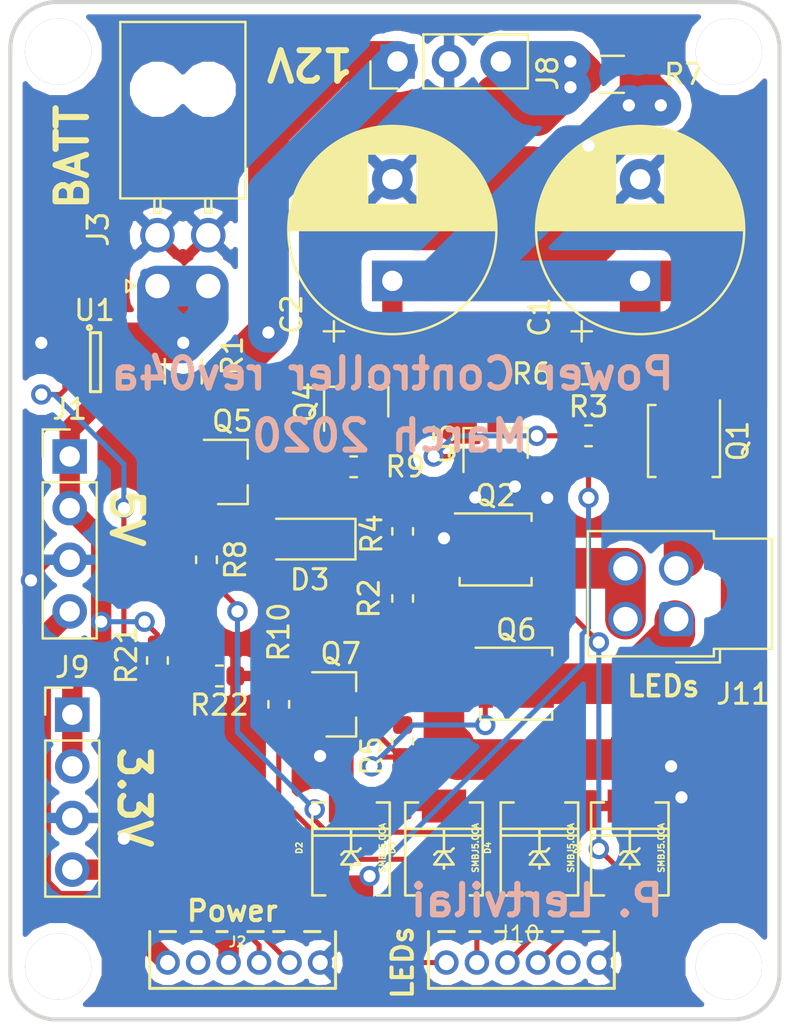
<source format=kicad_pcb>
(kicad_pcb (version 20171130) (host pcbnew "(5.0.2)-1")
  (layers (0 F.Cu signal) (31 B.Cu signal) (34 B.Paste user) (35 F.Paste user) (36 B.SilkS user) (37 F.SilkS user) (38 B.Mask user) (39 F.Mask user) (44 Edge.Cuts user))
  (net 0 "")
  (net 1 "Net-(D3-Pad2)")
  (net 2 GND)
  (net 3 "Net-(J7-Pad1)")
  (net 4 "Net-(J6-Pad1)")
  (net 5 "Net-(J5-Pad1)")
  (net 6 "Net-(J4-Pad1)")
  (net 7 /Vbatt_out)
  (net 8 /Vbatt_in)
  (net 9 /5V)
  (net 10 /3.3V)
  (net 11 /5V_EN)
  (net 12 /12V)
  (net 13 /batt_sense)
  (net 14 /I_batt)
  (net 15 I_LED)
  (net 16 Flash)
  (net 17 Torch)
  (net 18 V_LED)
  (net 19 "Net-(Q2-Pad4)")
  (net 20 "Net-(Q1-Pad4)")
  (net 21 "Net-(Q3-Pad1)")
  (net 22 "Net-(Q5-Pad1)")
  (net 23 "Net-(Q4-Pad1)")
  (net 24 "Net-(Q6-Pad4)")
  (net 25 LED_EN1)
  (net 26 LED_EN2)
  (net 27 "Net-(Q7-Pad1)")
  (net 28 LED2+)
  (net 29 LED-)
  (net 30 LED1+)
  (module Package_TO_SOT_SMD:SOT-23 (layer F.Cu) (at 88.9 70.104)
    (fp_text reference Q7 (at 0 -2.5) (layer F.SilkS))
    (fp_text value Q_NMOS_GSD)
    (pad 1 smd rect (at -1 -0.95) (size 0.9 0.8) (layers F.Cu F.Paste F.Mask) (net 27 "Net-(Q7-Pad1)"))
    (pad 2 smd rect (at -1 0.95) (size 0.9 0.8) (layers F.Cu F.Paste F.Mask) (net 2 GND))
    (pad 3 smd rect (at 1 0) (size 0.9 0.8) (layers F.Cu F.Paste F.Mask) (net 24 "Net-(Q6-Pad4)"))
  )
  (module Connector_PinHeader_2.54mm:PinHeader_1x04_P2.54mm_Vertical (layer F.Cu) (at 75.565 57.912)
    (fp_text reference J1 (at 0 -2.33) (layer F.SilkS))
    (fp_text value Conn_01x04_Female)
    (pad 1 thru_hole rect (at 0 0) (size 1.7 1.7) (drill 1) (layers *.Cu *.Mask) (net 7 /Vbatt_out))
    (pad 2 thru_hole oval (at 0 2.54) (size 1.7 1.7) (drill 1) (layers *.Cu *.Mask) (net 7 /Vbatt_out))
    (pad 3 thru_hole oval (at 0 5.08) (size 1.7 1.7) (drill 1) (layers *.Cu *.Mask) (net 2 GND))
    (pad 4 thru_hole oval (at 0 7.62) (size 1.7 1.7) (drill 1) (layers *.Cu *.Mask) (net 9 /5V))
  )
  (module Package_SON:Diodes_PowerDI3333-8 (layer F.Cu) (at 97.536 69.088)
    (fp_text reference Q6 (at 0 -2.65) (layer F.SilkS))
    (fp_text value PMOS)
    (pad 1 smd rect (at -1.5 -0.975) (size 0.7 0.42) (layers F.Cu F.Paste F.Mask) (net 18 V_LED))
    (pad 3 smd rect (at -1.5 0.325) (size 0.7 0.42) (layers F.Cu F.Paste F.Mask) (net 18 V_LED))
    (pad 2 smd rect (at -1.5 -0.325) (size 0.7 0.42) (layers F.Cu F.Paste F.Mask) (net 18 V_LED))
    (pad 4 smd rect (at -1.5 0.975) (size 0.7 0.42) (layers F.Cu F.Paste F.Mask) (net 24 "Net-(Q6-Pad4)"))
    (pad 5 smd custom (at 0.455 0) (size 1.71 2.37) (layers F.Cu F.Mask) (net 30 LED1+) (options (clearance outline) (anchor rect)) (primitives (gr_poly (pts (xy 0.855 1.185) (xy 1.395 1.185) (xy 1.395 0.765) (xy 0.855 0.765)) (width 0)) (gr_poly (pts (xy 0.855 0.535) (xy 1.395 0.535) (xy 1.395 0.115) (xy 0.855 0.115)) (width 0)) (gr_poly (pts (xy 0.855 -0.115) (xy 1.395 -0.115) (xy 1.395 -0.535) (xy 0.855 -0.535)) (width 0)) (gr_poly (pts (xy 0.855 -0.765) (xy 1.395 -0.765) (xy 1.395 -1.185) (xy 0.855 -1.185)) (width 0))))
  )
  (module Resistor_SMD:R_0603_1608Metric (layer F.Cu) (at 91.948 71.9075 90)
    (fp_text reference R5 (at -0.7365 -1.524 90) (layer F.SilkS))
    (fp_text value 10k)
    (pad 2 smd roundrect (at 0.7875 0 90) (size 0.875 0.95) (layers F.Cu F.Paste F.Mask) (net 18 V_LED))
    (pad 1 smd roundrect (at -0.7875 0 90) (size 0.875 0.95) (layers F.Cu F.Paste F.Mask) (net 24 "Net-(Q6-Pad4)"))
  )
  (module Resistor_SMD:R_0603_1608Metric (layer F.Cu) (at 85.852 70.104 270)
    (fp_text reference R10 (at -3.556 0 270) (layer F.SilkS))
    (fp_text value 400R)
    (pad 1 smd roundrect (at -0.7875 0 270) (size 0.875 0.95) (layers F.Cu F.Paste F.Mask) (net 27 "Net-(Q7-Pad1)"))
    (pad 2 smd roundrect (at 0.7875 0 270) (size 0.875 0.95) (layers F.Cu F.Paste F.Mask) (net 25 LED_EN1))
  )
  (module myLib:DO-214AA (layer F.Cu) (at 93.98 77.216 90)
    (fp_text reference D5 (at 0.0508 -2.55016 90) (layer F.SilkS) (effects (font (size 0.29972 0.29972) (thickness 0.0762))))
    (fp_text value SMBJ5.0CA (at 0.0508 1.5494 90) (layer F.SilkS) (effects (font (size 0.29972 0.29972) (thickness 0.0762))))
    (pad 1 smd rect (at -2.11074 0 90) (size 1.62052 2.17932) (layers F.Cu F.Paste F.Mask) (net 25 LED_EN1))
    (pad 2 smd rect (at 2.11074 0 90) (size 1.62052 2.17932) (layers F.Cu F.Paste F.Mask) (net 2 GND))
  )
  (module Capacitor_THT:CP_Radial_D10.0mm_P5.00mm (layer F.Cu) (at 91.44 49.276 90)
    (fp_text reference C2 (at -1.651 -4.953 90) (layer F.SilkS))
    (fp_text value 470uF)
    (pad 2 thru_hole circle (at 5 0 90) (size 2 2) (drill 1) (layers *.Cu *.Mask) (net 2 GND))
    (pad 1 thru_hole rect (at 0 0 90) (size 2 2) (drill 1) (layers *.Cu *.Mask) (net 18 V_LED))
  )
  (module Capacitor_THT:CP_Radial_D10.0mm_P5.00mm (layer F.Cu) (at 103.632 49.276 90)
    (fp_text reference C1 (at -1.778 -4.953 90) (layer F.SilkS))
    (fp_text value 470uF)
    (pad 1 thru_hole rect (at 0 0 90) (size 2 2) (drill 1) (layers *.Cu *.Mask) (net 18 V_LED))
    (pad 2 thru_hole circle (at 5 0 90) (size 2 2) (drill 1) (layers *.Cu *.Mask) (net 2 GND))
  )
  (module Connector_Molex:Molex_Nano-Fit_105310-xx04_2x02_P2.50mm_Vertical (layer F.Cu) (at 105.41 65.913 180)
    (fp_text reference J11 (at -3.302 -3.683 180) (layer F.SilkS))
    (fp_text value Conn_01x04_Male)
    (pad 1 thru_hole custom (at 0 0 180) (size 1.417157 1.417157) (drill 1.2) (layers *.Cu *.Mask) (net 30 LED1+) (options (clearance outline) (anchor circle)) (primitives (gr_poly (pts (xy -0.6 -0.6) (xy 0.6 -0.6) (xy 0.6 0.6) (xy -0.2 0.6) (xy -0.6 0.2)) (width 0.5))))
    (pad 2 thru_hole circle (at 0 2.5 180) (size 1.7 1.7) (drill 1.2) (layers *.Cu *.Mask) (net 28 LED2+))
    (pad 3 thru_hole circle (at 2.5 0 180) (size 1.7 1.7) (drill 1.2) (layers *.Cu *.Mask) (net 29 LED-))
    (pad 4 thru_hole circle (at 2.5 2.5 180) (size 1.7 1.7) (drill 1.2) (layers *.Cu *.Mask) (net 29 LED-))
    (pad "" np_thru_hole circle (at -1.34 1.25 180) (size 1.3 1.3) (drill 1.3) (layers *.Cu *.Mask))
  )
  (module Connector_PinHeader_2.54mm:PinHeader_1x04_P2.54mm_Vertical (layer F.Cu) (at 75.692 70.612)
    (fp_text reference J9 (at 0 -2.33) (layer F.SilkS))
    (fp_text value Conn_01x04_Female)
    (pad 1 thru_hole rect (at 0 0) (size 1.7 1.7) (drill 1) (layers *.Cu *.Mask) (net 7 /Vbatt_out))
    (pad 2 thru_hole oval (at 0 2.54) (size 1.7 1.7) (drill 1) (layers *.Cu *.Mask) (net 7 /Vbatt_out))
    (pad 3 thru_hole oval (at 0 5.08) (size 1.7 1.7) (drill 1) (layers *.Cu *.Mask) (net 2 GND))
    (pad 4 thru_hole oval (at 0 7.62) (size 1.7 1.7) (drill 1) (layers *.Cu *.Mask) (net 10 /3.3V))
  )
  (module Diode_SMD:D_SOD-123 (layer F.Cu) (at 87.376 61.976 180)
    (fp_text reference D3 (at 0 -2 180) (layer F.SilkS))
    (fp_text value NSI450-20AT1G)
    (pad 1 smd rect (at -1.65 0 180) (size 0.9 1.2) (layers F.Cu F.Paste F.Mask) (net 30 LED1+))
    (pad 2 smd rect (at 1.65 0 180) (size 0.9 1.2) (layers F.Cu F.Paste F.Mask) (net 1 "Net-(D3-Pad2)"))
  )
  (module Package_SON:Diodes_PowerDI3333-8 (layer F.Cu) (at 96.52 62.484)
    (fp_text reference Q2 (at 0 -2.65) (layer F.SilkS))
    (fp_text value NMOS)
    (pad 5 smd custom (at 0.455 0) (size 1.71 2.37) (layers F.Cu F.Mask) (net 29 LED-) (options (clearance outline) (anchor rect)) (primitives (gr_poly (pts (xy 0.855 1.185) (xy 1.395 1.185) (xy 1.395 0.765) (xy 0.855 0.765)) (width 0)) (gr_poly (pts (xy 0.855 0.535) (xy 1.395 0.535) (xy 1.395 0.115) (xy 0.855 0.115)) (width 0)) (gr_poly (pts (xy 0.855 -0.115) (xy 1.395 -0.115) (xy 1.395 -0.535) (xy 0.855 -0.535)) (width 0)) (gr_poly (pts (xy 0.855 -0.765) (xy 1.395 -0.765) (xy 1.395 -1.185) (xy 0.855 -1.185)) (width 0))))
    (pad 4 smd rect (at -1.5 0.975) (size 0.7 0.42) (layers F.Cu F.Paste F.Mask) (net 19 "Net-(Q2-Pad4)"))
    (pad 2 smd rect (at -1.5 -0.325) (size 0.7 0.42) (layers F.Cu F.Paste F.Mask) (net 2 GND))
    (pad 3 smd rect (at -1.5 0.325) (size 0.7 0.42) (layers F.Cu F.Paste F.Mask) (net 2 GND))
    (pad 1 smd rect (at -1.5 -0.975) (size 0.7 0.42) (layers F.Cu F.Paste F.Mask) (net 2 GND))
  )
  (module Package_SON:Diodes_PowerDI3333-8 (layer F.Cu) (at 105.791 57.15 270)
    (fp_text reference Q1 (at 0 -2.65 270) (layer F.SilkS))
    (fp_text value PMOS)
    (pad 1 smd rect (at -1.5 -0.975 270) (size 0.7 0.42) (layers F.Cu F.Paste F.Mask) (net 18 V_LED))
    (pad 3 smd rect (at -1.5 0.325 270) (size 0.7 0.42) (layers F.Cu F.Paste F.Mask) (net 18 V_LED))
    (pad 2 smd rect (at -1.5 -0.325 270) (size 0.7 0.42) (layers F.Cu F.Paste F.Mask) (net 18 V_LED))
    (pad 4 smd rect (at -1.5 0.975 270) (size 0.7 0.42) (layers F.Cu F.Paste F.Mask) (net 20 "Net-(Q1-Pad4)"))
    (pad 5 smd custom (at 0.455 0 270) (size 1.71 2.37) (layers F.Cu F.Mask) (net 28 LED2+) (options (clearance outline) (anchor rect)) (primitives (gr_poly (pts (xy 0.855 1.185) (xy 1.395 1.185) (xy 1.395 0.765) (xy 0.855 0.765)) (width 0)) (gr_poly (pts (xy 0.855 0.535) (xy 1.395 0.535) (xy 1.395 0.115) (xy 0.855 0.115)) (width 0)) (gr_poly (pts (xy 0.855 -0.115) (xy 1.395 -0.115) (xy 1.395 -0.535) (xy 0.855 -0.535)) (width 0)) (gr_poly (pts (xy 0.855 -0.765) (xy 1.395 -0.765) (xy 1.395 -1.185) (xy 0.855 -1.185)) (width 0))))
  )
  (module Package_TO_SOT_SMD:SOT-23 (layer F.Cu) (at 83.566 58.674)
    (fp_text reference Q5 (at 0 -2.5) (layer F.SilkS))
    (fp_text value Q_NMOS_GSD)
    (pad 1 smd rect (at -1 -0.95) (size 0.9 0.8) (layers F.Cu F.Paste F.Mask) (net 22 "Net-(Q5-Pad1)"))
    (pad 2 smd rect (at -1 0.95) (size 0.9 0.8) (layers F.Cu F.Paste F.Mask) (net 2 GND))
    (pad 3 smd rect (at 1 0) (size 0.9 0.8) (layers F.Cu F.Paste F.Mask) (net 23 "Net-(Q4-Pad1)"))
  )
  (module Package_TO_SOT_SMD:SOT-23 (layer F.Cu) (at 89.662 55.245 90)
    (fp_text reference Q4 (at 0 -2.5 90) (layer F.SilkS))
    (fp_text value Q_PMOS_GSD)
    (pad 3 smd rect (at 1 0 90) (size 0.9 0.8) (layers F.Cu F.Paste F.Mask) (net 1 "Net-(D3-Pad2)"))
    (pad 2 smd rect (at -1 0.95 90) (size 0.9 0.8) (layers F.Cu F.Paste F.Mask) (net 18 V_LED))
    (pad 1 smd rect (at -1 -0.95 90) (size 0.9 0.8) (layers F.Cu F.Paste F.Mask) (net 23 "Net-(Q4-Pad1)"))
  )
  (module Package_TO_SOT_SMD:SOT-23 (layer F.Cu) (at 96.52 57.277 90)
    (fp_text reference Q3 (at 0 -2.5 90) (layer F.SilkS))
    (fp_text value Q_NMOS_GSD)
    (pad 1 smd rect (at -1 -0.95 90) (size 0.9 0.8) (layers F.Cu F.Paste F.Mask) (net 21 "Net-(Q3-Pad1)"))
    (pad 2 smd rect (at -1 0.95 90) (size 0.9 0.8) (layers F.Cu F.Paste F.Mask) (net 2 GND))
    (pad 3 smd rect (at 1 0 90) (size 0.9 0.8) (layers F.Cu F.Paste F.Mask) (net 20 "Net-(Q1-Pad4)"))
  )
  (module Resistor_SMD:R_0603_1608Metric (layer F.Cu) (at 91.948 64.897 270)
    (fp_text reference R2 (at 0 1.651 270) (layer F.SilkS))
    (fp_text value 400R)
    (pad 2 smd roundrect (at 0.7875 0 270) (size 0.875 0.95) (layers F.Cu F.Paste F.Mask) (net 16 Flash))
    (pad 1 smd roundrect (at -0.7875 0 270) (size 0.875 0.95) (layers F.Cu F.Paste F.Mask) (net 19 "Net-(Q2-Pad4)"))
  )
  (module Resistor_SMD:R_0603_1608Metric (layer F.Cu) (at 101.092 56.896)
    (fp_text reference R3 (at 0 -1.43) (layer F.SilkS))
    (fp_text value 400R)
    (pad 1 smd roundrect (at -0.7875 0) (size 0.875 0.95) (layers F.Cu F.Paste F.Mask) (net 21 "Net-(Q3-Pad1)"))
    (pad 2 smd roundrect (at 0.7875 0) (size 0.875 0.95) (layers F.Cu F.Paste F.Mask) (net 26 LED_EN2))
  )
  (module Resistor_SMD:R_0603_1608Metric (layer F.Cu) (at 100.9395 53.848)
    (fp_text reference R6 (at -2.6415 0) (layer F.SilkS))
    (fp_text value 10k)
    (pad 2 smd roundrect (at 0.7875 0) (size 0.875 0.95) (layers F.Cu F.Paste F.Mask) (net 18 V_LED))
    (pad 1 smd roundrect (at -0.7875 0) (size 0.875 0.95) (layers F.Cu F.Paste F.Mask) (net 20 "Net-(Q1-Pad4)"))
  )
  (module Resistor_SMD:R_0603_1608Metric (layer F.Cu) (at 91.948 61.595 270)
    (fp_text reference R4 (at 0.127 1.524 270) (layer F.SilkS))
    (fp_text value 10k)
    (pad 1 smd roundrect (at -0.7875 0 270) (size 0.875 0.95) (layers F.Cu F.Paste F.Mask) (net 2 GND))
    (pad 2 smd roundrect (at 0.7875 0 270) (size 0.875 0.95) (layers F.Cu F.Paste F.Mask) (net 19 "Net-(Q2-Pad4)"))
  )
  (module Resistor_SMD:R_1206_3216Metric (layer F.Cu) (at 102.232 39.116 180)
    (fp_text reference R7 (at -3.556 0 180) (layer F.SilkS))
    (fp_text value 10R)
    (pad 1 smd roundrect (at -1.4 0 180) (size 1.25 1.75) (layers F.Cu F.Paste F.Mask) (roundrect_rratio 0.2) (net 18 V_LED))
    (pad 2 smd roundrect (at 1.4 0 180) (size 1.25 1.75) (layers F.Cu F.Paste F.Mask) (roundrect_rratio 0.2) (net 12 /12V))
  )
  (module myLib:DO-214AA (layer F.Cu) (at 103.124 77.216 90)
    (fp_text reference D1 (at 0.0508 -2.55016 90) (layer F.SilkS) (effects (font (size 0.29972 0.29972) (thickness 0.0762))))
    (fp_text value SMBJ5.0CA (at 0.0508 1.5494 90) (layer F.SilkS) (effects (font (size 0.29972 0.29972) (thickness 0.0762))))
    (pad 1 smd rect (at -2.11074 0 90) (size 1.62052 2.17932) (layers F.Cu F.Paste F.Mask) (net 16 Flash))
    (pad 2 smd rect (at 2.11074 0 90) (size 1.62052 2.17932) (layers F.Cu F.Paste F.Mask) (net 2 GND))
  )
  (module myLib:DO-214AA (layer F.Cu) (at 89.408 77.216 90)
    (fp_text reference D2 (at 0.0508 -2.55016 90) (layer F.SilkS) (effects (font (size 0.29972 0.29972) (thickness 0.0762))))
    (fp_text value SMBJ5.0CA (at 0.0508 1.5494 90) (layer F.SilkS) (effects (font (size 0.29972 0.29972) (thickness 0.0762))))
    (pad 2 smd rect (at 2.11074 0 90) (size 1.62052 2.17932) (layers F.Cu F.Paste F.Mask) (net 2 GND))
    (pad 1 smd rect (at -2.11074 0 90) (size 1.62052 2.17932) (layers F.Cu F.Paste F.Mask) (net 26 LED_EN2))
  )
  (module myLib:DO-214AA (layer F.Cu) (at 98.679 77.216 90)
    (fp_text reference D4 (at 0.0508 -2.55016 90) (layer F.SilkS) (effects (font (size 0.29972 0.29972) (thickness 0.0762))))
    (fp_text value SMBJ5.0CA (at 0.0508 1.5494 90) (layer F.SilkS) (effects (font (size 0.29972 0.29972) (thickness 0.0762))))
    (pad 1 smd rect (at -2.11074 0 90) (size 1.62052 2.17932) (layers F.Cu F.Paste F.Mask) (net 17 Torch))
    (pad 2 smd rect (at 2.11074 0 90) (size 1.62052 2.17932) (layers F.Cu F.Paste F.Mask) (net 2 GND))
  )
  (module myLib:conn_1x06_1.5mm (layer F.Cu) (at 101.6 82.804 180)
    (fp_text reference J10 (at 3.937 1.397 180) (layer F.SilkS) (effects (font (size 0.8 0.8) (thickness 0.1))))
    (fp_text value Conn_01x06_Male)
    (pad 1 thru_hole circle (at 0 0 180) (size 1.2 1.2) (drill 0.75) (layers *.Cu *.Mask) (net 2 GND))
    (pad 2 thru_hole circle (at 1.5 0 180) (size 1.2 1.2) (drill 0.75) (layers *.Cu *.Mask) (net 15 I_LED))
    (pad 3 thru_hole circle (at 3 0 180) (size 1.2 1.2) (drill 0.75) (layers *.Cu *.Mask) (net 16 Flash))
    (pad 4 thru_hole circle (at 4.5 0 180) (size 1.2 1.2) (drill 0.75) (layers *.Cu *.Mask) (net 17 Torch))
    (pad 5 thru_hole circle (at 6 0 180) (size 1.2 1.2) (drill 0.75) (layers *.Cu *.Mask) (net 25 LED_EN1))
    (pad 6 thru_hole circle (at 7.5 0 180) (size 1.2 1.2) (drill 0.75) (layers *.Cu *.Mask) (net 26 LED_EN2))
  )
  (module Resistor_SMD:R_1206_3216Metric (layer F.Cu) (at 81.153 53.721 90)
    (fp_text reference R1 (at 0.762 2.413 90) (layer F.SilkS))
    (fp_text value 0.01R)
    (pad 1 smd roundrect (at -1.4 0 90) (size 1.25 1.75) (layers F.Cu F.Paste F.Mask) (roundrect_rratio 0.2) (net 7 /Vbatt_out))
    (pad 2 smd roundrect (at 1.4 0 90) (size 1.25 1.75) (layers F.Cu F.Paste F.Mask) (roundrect_rratio 0.2) (net 8 /Vbatt_in))
  )
  (module Connector_Molex:Molex_Nano-Fit_105314-xx04_2x02_P2.50mm_Horizontal (layer F.Cu) (at 79.883 49.53 90)
    (fp_text reference J3 (at 2.794 -2.92 90) (layer F.SilkS))
    (fp_text value Conn_01x04_Male)
    (pad 1 thru_hole roundrect (at 0 0 90) (size 1.7 1.7) (drill 1.2) (layers *.Cu *.Mask) (roundrect_rratio 0.147059) (net 8 /Vbatt_in))
    (pad 2 thru_hole circle (at 0 2.5 90) (size 1.7 1.7) (drill 1.2) (layers *.Cu *.Mask) (net 8 /Vbatt_in))
    (pad 3 thru_hole circle (at 2.5 0 90) (size 1.7 1.7) (drill 1.2) (layers *.Cu *.Mask) (net 2 GND))
    (pad 4 thru_hole circle (at 2.5 2.5 90) (size 1.7 1.7) (drill 1.2) (layers *.Cu *.Mask) (net 2 GND))
    (pad "" np_thru_hole circle (at 9.68 0 90) (size 1.7 1.7) (drill 1.7) (layers *.Cu *.Mask))
    (pad "" np_thru_hole circle (at 9.68 2.5 90) (size 1.7 1.7) (drill 1.7) (layers *.Cu *.Mask))
  )
  (module myLib:SCREW_4 (layer F.Cu) (at 108 83)
    (fp_text reference J4 (at 0 0.5) (layer F.SilkS))
    (fp_text value Conn_01x01_Male)
    (pad 1 thru_hole circle (at 0 0) (size 3.26 3.26) (drill 3.26) (layers *.Cu *.Mask) (net 6 "Net-(J4-Pad1)"))
  )
  (module Connector_PinHeader_2.54mm:PinHeader_1x03_P2.54mm_Vertical (layer F.Cu) (at 91.694 38.481 90)
    (fp_text reference J8 (at -0.578 7.39 90) (layer F.SilkS))
    (fp_text value Conn_01x03_Female)
    (pad 3 thru_hole oval (at 0 5.08 90) (size 1.7 1.7) (drill 1) (layers *.Cu *.Mask) (net 12 /12V))
    (pad 2 thru_hole oval (at 0 2.54 90) (size 1.7 1.7) (drill 1) (layers *.Cu *.Mask) (net 2 GND))
    (pad 1 thru_hole rect (at 0 0 90) (size 1.7 1.7) (drill 1) (layers *.Cu *.Mask) (net 7 /Vbatt_out))
  )
  (module Resistor_SMD:R_0603_1608Metric (layer F.Cu) (at 79.883 67.945 90)
    (fp_text reference R21 (at 0.2795 -1.524 90) (layer F.SilkS))
    (fp_text value 10k)
    (pad 2 smd roundrect (at 0.7875 0 90) (size 0.875 0.95) (layers F.Cu F.Paste F.Mask) (net 7 /Vbatt_out))
    (pad 1 smd roundrect (at -0.7875 0 90) (size 0.875 0.95) (layers F.Cu F.Paste F.Mask) (net 13 /batt_sense))
  )
  (module Resistor_SMD:R_0603_1608Metric (layer F.Cu) (at 82.931 68.707 180)
    (fp_text reference R22 (at 0 -1.43 180) (layer F.SilkS))
    (fp_text value 20k)
    (pad 2 smd roundrect (at 0.7875 0 180) (size 0.875 0.95) (layers F.Cu F.Paste F.Mask) (net 13 /batt_sense))
    (pad 1 smd roundrect (at -0.7875 0 180) (size 0.875 0.95) (layers F.Cu F.Paste F.Mask) (net 2 GND))
  )
  (module myLib:SCREW_4 (layer F.Cu) (at 108 38)
    (fp_text reference J5 (at 0 0.5) (layer F.SilkS))
    (fp_text value Conn_01x01_Male)
    (pad 1 thru_hole circle (at 0 0) (size 3.26 3.26) (drill 3.26) (layers *.Cu *.Mask) (net 5 "Net-(J5-Pad1)"))
  )
  (module myLib:SCREW_4 (layer F.Cu) (at 75 83)
    (fp_text reference J6 (at 0 0.5) (layer F.SilkS))
    (fp_text value Conn_01x01_Male)
    (pad 1 thru_hole circle (at 0 0) (size 3.26 3.26) (drill 3.26) (layers *.Cu *.Mask) (net 4 "Net-(J6-Pad1)"))
  )
  (module myLib:SCREW_4 (layer F.Cu) (at 75 38)
    (fp_text reference J7 (at 0 0.5) (layer F.SilkS))
    (fp_text value Conn_01x01_Male)
    (pad 1 thru_hole circle (at 0 0) (size 3.26 3.26) (drill 3.26) (layers *.Cu *.Mask) (net 3 "Net-(J7-Pad1)"))
  )
  (module myLib:conn_1x06_1.5mm (layer F.Cu) (at 87.884 82.804 180)
    (fp_text reference J2 (at 4.064 1.016 180) (layer F.SilkS) (effects (font (size 0.5 0.5) (thickness 0.1))))
    (fp_text value Conn_01x06_Female)
    (pad 6 thru_hole circle (at 7.5 0 180) (size 1.2 1.2) (drill 0.75) (layers *.Cu *.Mask) (net 9 /5V))
    (pad 5 thru_hole circle (at 6 0 180) (size 1.2 1.2) (drill 0.75) (layers *.Cu *.Mask) (net 11 /5V_EN))
    (pad 4 thru_hole circle (at 4.5 0 180) (size 1.2 1.2) (drill 0.75) (layers *.Cu *.Mask) (net 10 /3.3V))
    (pad 3 thru_hole circle (at 3 0 180) (size 1.2 1.2) (drill 0.75) (layers *.Cu *.Mask) (net 14 /I_batt))
    (pad 2 thru_hole circle (at 1.5 0 180) (size 1.2 1.2) (drill 0.75) (layers *.Cu *.Mask) (net 13 /batt_sense))
    (pad 1 thru_hole circle (at 0 0 180) (size 1.2 1.2) (drill 0.75) (layers *.Cu *.Mask) (net 2 GND))
  )
  (module Resistor_SMD:R_0603_1608Metric (layer F.Cu) (at 89.535 58.42)
    (fp_text reference R9 (at 2.54 0) (layer F.SilkS))
    (fp_text value 10k)
    (pad 2 smd roundrect (at 0.7875 0) (size 0.875 0.95) (layers F.Cu F.Paste F.Mask) (net 18 V_LED))
    (pad 1 smd roundrect (at -0.7875 0) (size 0.875 0.95) (layers F.Cu F.Paste F.Mask) (net 23 "Net-(Q4-Pad1)"))
  )
  (module Resistor_SMD:R_0603_1608Metric (layer F.Cu) (at 82.296 62.992 270)
    (fp_text reference R8 (at 0 -1.43 270) (layer F.SilkS))
    (fp_text value 400R)
    (pad 2 smd roundrect (at 0.7875 0 270) (size 0.875 0.95) (layers F.Cu F.Paste F.Mask) (net 17 Torch))
    (pad 1 smd roundrect (at -0.7875 0 270) (size 0.875 0.95) (layers F.Cu F.Paste F.Mask) (net 22 "Net-(Q5-Pad1)"))
  )
  (module myLib:SOT-23-5 (layer F.Cu) (at 76.835 53.274)
    (fp_text reference U1 (at -0.05 -2.55) (layer F.SilkS))
    (fp_text value MAX9938)
    (pad 5 smd rect (at 1.1 -0.95) (size 1.06 0.65) (layers F.Cu F.Paste F.Mask) (net 8 /Vbatt_in))
    (pad 4 smd rect (at 1.1 0.95) (size 1.06 0.65) (layers F.Cu F.Paste F.Mask) (net 7 /Vbatt_out))
    (pad 3 smd rect (at -1.1 0.95) (size 1.06 0.65) (layers F.Cu F.Paste F.Mask) (net 14 /I_batt))
    (pad 2 smd rect (at -1.1 0) (size 1.06 0.65) (layers F.Cu F.Paste F.Mask) (net 2 GND))
    (pad 1 smd rect (at -1.1 -0.95) (size 1.06 0.65) (layers F.Cu F.Paste F.Mask) (net 2 GND))
  )
  (gr_text LEDs (at 104.775 69.215) (layer F.SilkS) (effects (font (size 1 1) (thickness 0.2))))
  (gr_text BATT (at 75.692 43.18 90) (layer F.SilkS) (effects (font (size 1.5 1.5) (thickness 0.3))))
  (gr_text 12V (at 87.376 38.608 180) (layer F.SilkS) (effects (font (size 1.5 1.5) (thickness 0.3))))
  (gr_text 3.3V (at 78.74 74.676 270) (layer F.SilkS) (effects (font (size 1.5 1.5) (thickness 0.3))))
  (gr_text LEDs (at 91.948 82.804 90) (layer F.SilkS) (effects (font (size 1 1) (thickness 0.2))))
  (gr_text 5V (at 78.359 60.96 270) (layer F.SilkS) (effects (font (size 1.5 1.5) (thickness 0.3))))
  (gr_text Power (at 83.566 80.264) (layer F.SilkS) (effects (font (size 1 1) (thickness 0.2))))
  (gr_text "P. Lertvilai" (at 98.552 79.756) (layer B.SilkS) (effects (font (size 1.5 1.5) (thickness 0.3)) (justify mirror)))
  (gr_text "March 2020" (at 91.313 56.896) (layer B.SilkS) (effects (font (size 1.5 1.5) (thickness 0.3)) (justify mirror)))
  (gr_text "Power Controller rev04a" (at 91.44 53.848) (layer B.SilkS) (effects (font (size 1.5 1.5) (thickness 0.3)) (justify mirror)))
  (gr_line (start 72.644 37.846) (end 72.644 83.312) (layer Edge.Cuts) (width 0.2))
  (gr_arc (start 74.93 83.321388) (end 72.644 83.321388) (angle -90) (layer Edge.Cuts) (width 0.2))
  (gr_line (start 108.204 85.598) (end 74.93 85.598) (layer Edge.Cuts) (width 0.2))
  (gr_arc (start 108.204 83.312) (end 108.204 85.598) (angle -90) (layer Edge.Cuts) (width 0.2))
  (gr_line (start 110.49 37.846) (end 110.49 83.312) (layer Edge.Cuts) (width 0.2))
  (gr_arc (start 108.204 37.846) (end 110.49 37.846) (angle -90) (layer Edge.Cuts) (width 0.2))
  (gr_line (start 74.93 35.56) (end 108.204 35.56) (layer Edge.Cuts) (width 0.2))
  (gr_arc (start 74.93 37.846) (end 74.93 35.56) (angle -90) (layer Edge.Cuts) (width 0.2))
  (segment (start 88.262 54.245) (end 89.662 54.245) (width 1) (layer F.Cu) (net 1))
  (segment (start 85.726 56.781) (end 88.262 54.245) (width 1) (layer F.Cu) (net 1))
  (segment (start 85.726 61.976) (end 85.726 56.781) (width 1) (layer F.Cu) (net 1))
  (segment (start 96.930001 59.927001) (end 97.47 59.387002) (width 2) (layer F.Cu) (net 2))
  (segment (start 95.520999 59.927001) (end 96.930001 59.927001) (width 2) (layer F.Cu) (net 2))
  (segment (start 93.98 61.468) (end 95.520999 59.927001) (width 2) (layer F.Cu) (net 2))
  (segment (start 93.98 61.933068) (end 93.98 61.468) (width 2) (layer F.Cu) (net 2))
  (segment (start 91.990932 59.944) (end 93.98 61.933068) (width 2) (layer F.Cu) (net 2))
  (segment (start 87.95 71.054) (end 87.9 71.054) (width 0.25) (layer F.Cu) (net 2))
  (segment (start 89.408 72.512) (end 87.95 71.054) (width 0.25) (layer F.Cu) (net 2))
  (segment (start 89.408 75.10526) (end 89.408 72.512) (width 0.25) (layer F.Cu) (net 2))
  (via (at 87.884 72.644) (size 1) (drill 0.6) (layers F.Cu B.Cu) (net 2))
  (segment (start 87.9 71.054) (end 87.9 72.628) (width 0.25) (layer F.Cu) (net 2))
  (segment (start 87.9 72.628) (end 87.884 72.644) (width 0.25) (layer F.Cu) (net 2))
  (segment (start 75.735 52.324) (end 75.735 53.274) (width 0.25) (layer F.Cu) (net 2))
  (via (at 74.168 52.324) (size 1) (drill 0.6) (layers F.Cu B.Cu) (net 2))
  (segment (start 75.735 53.274) (end 75.118 53.274) (width 0.25) (layer F.Cu) (net 2))
  (segment (start 75.118 53.274) (end 74.168 52.324) (width 0.25) (layer F.Cu) (net 2))
  (via (at 97.47 59.387002) (size 1) (drill 0.6) (layers F.Cu B.Cu) (net 2))
  (segment (start 97.47 58.277) (end 97.47 59.387002) (width 0.25) (layer F.Cu) (net 2))
  (via (at 99.06 59.944) (size 1) (drill 0.6) (layers F.Cu B.Cu) (net 2))
  (segment (start 97.47 58.277) (end 97.47 58.354) (width 0.25) (layer F.Cu) (net 2))
  (segment (start 97.47 58.354) (end 99.06 59.944) (width 0.25) (layer F.Cu) (net 2))
  (segment (start 95.02 62.809) (end 95.02 61.509) (width 0.25) (layer F.Cu) (net 2))
  (via (at 93.98 61.933068) (size 1) (drill 0.6) (layers F.Cu B.Cu) (net 2))
  (segment (start 95.02 62.809) (end 94.855932 62.809) (width 0.25) (layer F.Cu) (net 2))
  (segment (start 94.855932 62.809) (end 93.98 61.933068) (width 0.25) (layer F.Cu) (net 2))
  (via (at 95.520999 59.927001) (size 1) (drill 0.6) (layers F.Cu B.Cu) (net 2))
  (segment (start 95.02 61.509) (end 95.02 60.428) (width 0.25) (layer F.Cu) (net 2))
  (segment (start 95.02 60.428) (end 95.520999 59.927001) (width 0.25) (layer F.Cu) (net 2))
  (via (at 73.66 64.008) (size 1) (drill 0.6) (layers F.Cu B.Cu) (net 2))
  (segment (start 75.565 62.992) (end 74.676 62.992) (width 0.25) (layer F.Cu) (net 2))
  (segment (start 74.676 62.992) (end 73.66 64.008) (width 0.25) (layer F.Cu) (net 2))
  (via (at 78.232 76.708) (size 1) (drill 0.6) (layers F.Cu B.Cu) (net 2))
  (segment (start 75.692 75.692) (end 77.216 75.692) (width 0.25) (layer F.Cu) (net 2))
  (segment (start 77.216 75.692) (end 78.232 76.708) (width 0.25) (layer F.Cu) (net 2))
  (via (at 105.664 74.676) (size 1) (drill 0.6) (layers F.Cu B.Cu) (net 2))
  (segment (start 103.124 75.10526) (end 105.23474 75.10526) (width 0.25) (layer F.Cu) (net 2))
  (segment (start 105.23474 75.10526) (end 105.664 74.676) (width 0.25) (layer F.Cu) (net 2))
  (via (at 105.156 73.152) (size 1) (drill 0.6) (layers F.Cu B.Cu) (net 2))
  (segment (start 105.156 73.35266) (end 105.156 73.152) (width 0.25) (layer F.Cu) (net 2))
  (segment (start 103.124 75.10526) (end 103.4034 75.10526) (width 0.25) (layer F.Cu) (net 2))
  (segment (start 103.4034 75.10526) (end 105.156 73.35266) (width 0.25) (layer F.Cu) (net 2))
  (segment (start 88.844 38.481) (end 91.694 38.481) (width 2) (layer F.Cu) (net 7))
  (segment (start 85.344 41.981) (end 88.844 38.481) (width 2) (layer F.Cu) (net 7))
  (segment (start 85.344 51.816) (end 85.344 41.981) (width 2) (layer F.Cu) (net 7))
  (via (at 85.344 51.816) (size 1) (drill 0.6) (layers F.Cu B.Cu) (net 7))
  (segment (start 91.694 38.481) (end 85.344 44.831) (width 2) (layer B.Cu) (net 7))
  (segment (start 85.344 44.831) (end 85.344 51.816) (width 2) (layer B.Cu) (net 7))
  (segment (start 82.039 55.121) (end 85.344 51.816) (width 2) (layer F.Cu) (net 7))
  (segment (start 81.153 55.121) (end 82.039 55.121) (width 2) (layer F.Cu) (net 7))
  (segment (start 75.692 70.612) (end 75.692 73.152) (width 1) (layer F.Cu) (net 7))
  (segment (start 76.414999 61.301999) (end 75.565 60.452) (width 1) (layer F.Cu) (net 7))
  (segment (start 77.115001 62.002001) (end 76.414999 61.301999) (width 1) (layer F.Cu) (net 7))
  (segment (start 77.115001 67.338999) (end 77.115001 62.002001) (width 1) (layer F.Cu) (net 7))
  (segment (start 75.692 68.762) (end 77.115001 67.338999) (width 1) (layer F.Cu) (net 7))
  (segment (start 75.692 70.612) (end 75.692 68.762) (width 1) (layer F.Cu) (net 7))
  (segment (start 75.565 60.452) (end 75.565 57.912) (width 1) (layer F.Cu) (net 7))
  (segment (start 75.565 56.594) (end 77.935 54.224) (width 1) (layer F.Cu) (net 7))
  (segment (start 75.565 57.912) (end 75.565 56.594) (width 1) (layer F.Cu) (net 7))
  (segment (start 78.832 55.121) (end 77.935 54.224) (width 1) (layer F.Cu) (net 7))
  (segment (start 81.153 55.121) (end 78.832 55.121) (width 1) (layer F.Cu) (net 7))
  (via (at 79.248 66.04) (size 1) (drill 0.6) (layers F.Cu B.Cu) (net 7))
  (segment (start 79.883 67.1575) (end 79.883 66.675) (width 0.25) (layer F.Cu) (net 7))
  (segment (start 79.883 66.675) (end 79.248 66.04) (width 0.25) (layer F.Cu) (net 7))
  (via (at 77.115001 66.04) (size 1) (drill 0.6) (layers F.Cu B.Cu) (net 7))
  (segment (start 79.248 66.04) (end 77.115001 66.04) (width 0.25) (layer B.Cu) (net 7))
  (segment (start 81.153 50.76) (end 82.383 49.53) (width 2) (layer F.Cu) (net 8))
  (segment (start 81.153 52.321) (end 81.153 50.76) (width 2) (layer F.Cu) (net 8))
  (segment (start 81.15 52.324) (end 81.153 52.321) (width 2) (layer F.Cu) (net 8))
  (segment (start 77.935 52.324) (end 81.15 52.324) (width 2) (layer F.Cu) (net 8))
  (via (at 81.153 52.321) (size 1) (drill 0.6) (layers F.Cu B.Cu) (net 8))
  (segment (start 82.383 49.53) (end 82.383 51.091) (width 2) (layer B.Cu) (net 8))
  (segment (start 82.383 51.091) (end 81.153 52.321) (width 2) (layer B.Cu) (net 8))
  (segment (start 79.883 51.051) (end 81.153 52.321) (width 2) (layer B.Cu) (net 8))
  (segment (start 79.883 49.53) (end 79.883 51.051) (width 2) (layer B.Cu) (net 8))
  (segment (start 82.383 49.53) (end 79.883 49.53) (width 2) (layer B.Cu) (net 8))
  (segment (start 79.784001 82.204001) (end 80.384 82.804) (width 1) (layer F.Cu) (net 9))
  (segment (start 77.362001 79.782001) (end 79.784001 82.204001) (width 1) (layer F.Cu) (net 9))
  (segment (start 74.947999 79.782001) (end 77.362001 79.782001) (width 1) (layer F.Cu) (net 9))
  (segment (start 74.141999 78.976001) (end 74.947999 79.782001) (width 1) (layer F.Cu) (net 9))
  (segment (start 74.141999 66.955001) (end 74.141999 78.976001) (width 1) (layer F.Cu) (net 9))
  (segment (start 75.565 65.532) (end 74.141999 66.955001) (width 1) (layer F.Cu) (net 9))
  (segment (start 83.384 81.955472) (end 83.384 82.804) (width 1) (layer F.Cu) (net 10))
  (segment (start 79.660528 78.232) (end 83.384 81.955472) (width 1) (layer F.Cu) (net 10))
  (segment (start 75.692 78.232) (end 79.660528 78.232) (width 1) (layer F.Cu) (net 10))
  (segment (start 100.197 38.481) (end 100.832 39.116) (width 2) (layer F.Cu) (net 12))
  (segment (start 96.774 38.481) (end 100.197 38.481) (width 2) (layer F.Cu) (net 12))
  (segment (start 96.774 38.481) (end 98.044 39.751) (width 2) (layer F.Cu) (net 12))
  (segment (start 98.044 39.751) (end 100.203 39.751) (width 2) (layer F.Cu) (net 12))
  (segment (start 100.203 39.751) (end 100.076 39.878) (width 2) (layer F.Cu) (net 12))
  (segment (start 100.076 39.878) (end 99.822 39.878) (width 2) (layer F.Cu) (net 12))
  (segment (start 99.822 39.878) (end 98.552 41.148) (width 2) (layer F.Cu) (net 12))
  (segment (start 98.552 41.148) (end 97.536 41.148) (width 2) (layer F.Cu) (net 12))
  (segment (start 97.536 41.148) (end 96.52 40.132) (width 2) (layer F.Cu) (net 12))
  (via (at 100.197 38.481) (size 1) (drill 0.6) (layers F.Cu B.Cu) (net 12))
  (segment (start 96.774 38.481) (end 100.197 38.481) (width 2) (layer B.Cu) (net 12))
  (segment (start 96.774 38.481) (end 98.425 40.132) (width 2) (layer B.Cu) (net 12))
  (via (at 100.203 39.751) (size 1) (drill 0.6) (layers F.Cu B.Cu) (net 12))
  (segment (start 98.425 40.132) (end 99.822 40.132) (width 2) (layer B.Cu) (net 12))
  (segment (start 99.822 40.132) (end 100.203 39.751) (width 2) (layer B.Cu) (net 12))
  (segment (start 86.384 82.804) (end 78.74 75.16) (width 0.25) (layer F.Cu) (net 13))
  (segment (start 78.74 69.8755) (end 79.883 68.7325) (width 0.25) (layer F.Cu) (net 13))
  (segment (start 78.74 75.16) (end 78.74 69.8755) (width 0.25) (layer F.Cu) (net 13))
  (segment (start 79.9085 68.707) (end 79.883 68.7325) (width 0.25) (layer F.Cu) (net 13))
  (segment (start 82.1435 68.707) (end 79.9085 68.707) (width 0.25) (layer F.Cu) (net 13))
  (segment (start 84.884 81.955472) (end 78.232 75.303472) (width 0.25) (layer F.Cu) (net 14))
  (segment (start 84.884 82.804) (end 84.884 81.955472) (width 0.25) (layer F.Cu) (net 14))
  (segment (start 78.232 75.303472) (end 78.232 60.452) (width 0.25) (layer F.Cu) (net 14))
  (via (at 78.232 60.452) (size 1) (drill 0.6) (layers F.Cu B.Cu) (net 14))
  (via (at 74.168 54.864) (size 1) (drill 0.6) (layers F.Cu B.Cu) (net 14))
  (segment (start 74.802002 54.864) (end 74.168 54.864) (width 0.25) (layer B.Cu) (net 14))
  (segment (start 78.232 60.452) (end 78.232 58.293998) (width 0.25) (layer B.Cu) (net 14))
  (segment (start 78.232 58.293998) (end 74.802002 54.864) (width 0.25) (layer B.Cu) (net 14))
  (segment (start 75.095 54.864) (end 75.735 54.224) (width 0.25) (layer F.Cu) (net 14))
  (segment (start 74.168 54.864) (end 75.095 54.864) (width 0.25) (layer F.Cu) (net 14))
  (segment (start 98.6 82.804) (end 102.156 79.248) (width 0.25) (layer F.Cu) (net 16))
  (segment (start 103.04526 79.248) (end 103.124 79.32674) (width 0.25) (layer F.Cu) (net 16))
  (segment (start 102.156 79.248) (end 103.04526 79.248) (width 0.25) (layer F.Cu) (net 16))
  (via (at 101.6 67.056) (size 1) (drill 0.6) (layers F.Cu B.Cu) (net 16))
  (segment (start 100.2285 65.6845) (end 101.6 67.056) (width 0.25) (layer F.Cu) (net 16))
  (segment (start 91.948 65.6845) (end 100.2285 65.6845) (width 0.25) (layer F.Cu) (net 16))
  (via (at 101.6 77.216) (size 1) (drill 0.6) (layers F.Cu B.Cu) (net 16))
  (segment (start 101.6 67.056) (end 101.6 77.216) (width 0.25) (layer B.Cu) (net 16))
  (segment (start 103.124 78.74) (end 103.124 79.32674) (width 0.25) (layer F.Cu) (net 16))
  (segment (start 101.6 77.216) (end 103.124 78.74) (width 0.25) (layer F.Cu) (net 16))
  (segment (start 98.679 81.225) (end 98.679 79.32674) (width 0.25) (layer F.Cu) (net 17))
  (segment (start 97.1 82.804) (end 98.679 81.225) (width 0.25) (layer F.Cu) (net 17))
  (via (at 83.82 65.532) (size 1) (drill 0.6) (layers F.Cu B.Cu) (net 17))
  (segment (start 83.82 65.3035) (end 82.296 63.7795) (width 0.25) (layer F.Cu) (net 17))
  (segment (start 83.82 65.532) (end 83.82 65.3035) (width 0.25) (layer F.Cu) (net 17))
  (segment (start 87.618328 75.783587) (end 87.618328 75.270193) (width 0.25) (layer F.Cu) (net 17))
  (via (at 87.618328 75.270193) (size 1) (drill 0.6) (layers F.Cu B.Cu) (net 17))
  (segment (start 88.225731 76.39099) (end 87.618328 75.783587) (width 0.25) (layer F.Cu) (net 17))
  (segment (start 98.679 79.32674) (end 97.33934 79.32674) (width 0.25) (layer F.Cu) (net 17))
  (segment (start 97.33934 79.32674) (end 94.40359 76.39099) (width 0.25) (layer F.Cu) (net 17))
  (segment (start 87.118329 74.770194) (end 87.618328 75.270193) (width 0.25) (layer B.Cu) (net 17))
  (segment (start 83.82 71.471865) (end 87.118329 74.770194) (width 0.25) (layer B.Cu) (net 17))
  (segment (start 94.40359 76.39099) (end 88.225731 76.39099) (width 0.25) (layer F.Cu) (net 17))
  (segment (start 83.82 65.532) (end 83.82 71.471865) (width 0.25) (layer B.Cu) (net 17))
  (segment (start 94.44 49.276) (end 91.44 49.276) (width 2) (layer F.Cu) (net 18))
  (segment (start 103.632 49.276) (end 94.44 49.276) (width 2) (layer F.Cu) (net 18))
  (via (at 104.648 40.64) (size 1) (drill 0.6) (layers F.Cu B.Cu) (net 18))
  (segment (start 103.632 39.116) (end 103.632 39.624) (width 2) (layer F.Cu) (net 18))
  (segment (start 103.632 39.624) (end 104.648 40.64) (width 2) (layer F.Cu) (net 18))
  (segment (start 95.304894 49.276) (end 94.44 49.276) (width 2) (layer B.Cu) (net 18))
  (segment (start 103.940894 40.64) (end 95.304894 49.276) (width 2) (layer B.Cu) (net 18))
  (segment (start 104.648 40.64) (end 103.940894 40.64) (width 2) (layer B.Cu) (net 18))
  (segment (start 100.632 49.276) (end 95.304894 49.276) (width 2) (layer B.Cu) (net 18))
  (segment (start 103.632 49.276) (end 100.632 49.276) (width 2) (layer B.Cu) (net 18))
  (via (at 101.092 42.624) (size 1) (drill 0.6) (layers F.Cu B.Cu) (net 18))
  (segment (start 103.632 40.084) (end 101.092 42.624) (width 2) (layer F.Cu) (net 18))
  (segment (start 103.632 39.116) (end 103.632 40.084) (width 2) (layer F.Cu) (net 18))
  (segment (start 100.124 42.624) (end 93.472 49.276) (width 2) (layer B.Cu) (net 18))
  (segment (start 101.092 42.624) (end 100.124 42.624) (width 2) (layer B.Cu) (net 18))
  (segment (start 94.44 49.276) (end 93.472 49.276) (width 2) (layer B.Cu) (net 18))
  (segment (start 93.472 49.276) (end 91.44 49.276) (width 2) (layer B.Cu) (net 18))
  (via (at 103.076 40.64) (size 1) (drill 0.6) (layers F.Cu B.Cu) (net 18))
  (segment (start 101.092 42.624) (end 103.076 40.64) (width 2) (layer B.Cu) (net 18))
  (segment (start 103.632 49.276) (end 100.632 49.276) (width 2) (layer F.Cu) (net 18))
  (segment (start 100.632 48.212) (end 100.632 49.276) (width 2) (layer F.Cu) (net 18))
  (segment (start 101.6 47.244) (end 100.632 48.212) (width 2) (layer F.Cu) (net 18))
  (segment (start 95.964 47.752) (end 99.06 47.752) (width 2) (layer F.Cu) (net 18))
  (segment (start 101.092 42.624) (end 95.964 47.752) (width 2) (layer F.Cu) (net 18))
  (segment (start 95.964 47.752) (end 94.44 49.276) (width 2) (layer F.Cu) (net 18))
  (segment (start 99.06 47.752) (end 100.076 46.736) (width 2) (layer F.Cu) (net 18))
  (segment (start 100.076 46.736) (end 100.076 45.212) (width 2) (layer F.Cu) (net 18))
  (segment (start 100.076 45.212) (end 99.06 46.228) (width 2) (layer F.Cu) (net 18))
  (segment (start 102.06 53.848) (end 101.78951 53.848) (width 2) (layer F.Cu) (net 18))
  (segment (start 103.632 52.276) (end 102.06 53.848) (width 2) (layer F.Cu) (net 18))
  (segment (start 103.632 49.276) (end 103.632 52.276) (width 2) (layer F.Cu) (net 18))
  (segment (start 106.632 49.276) (end 106.68 49.324) (width 2) (layer F.Cu) (net 18))
  (segment (start 103.632 49.276) (end 106.632 49.276) (width 2) (layer F.Cu) (net 18))
  (segment (start 106.68 55.086) (end 106.36101 55.40499) (width 2) (layer F.Cu) (net 18))
  (segment (start 106.68 49.324) (end 106.68 55.086) (width 2) (layer F.Cu) (net 18))
  (segment (start 108.600001 56.676929) (end 108.600001 66.659999) (width 2) (layer F.Cu) (net 18))
  (segment (start 106.68 55.086) (end 107.009072 55.086) (width 2) (layer F.Cu) (net 18))
  (segment (start 107.009072 55.086) (end 108.600001 56.676929) (width 2) (layer F.Cu) (net 18))
  (segment (start 108.600001 66.659999) (end 103.124 72.136) (width 2) (layer F.Cu) (net 18))
  (segment (start 90.612 58.1305) (end 90.3225 58.42) (width 1) (layer F.Cu) (net 18))
  (segment (start 90.612 56.245) (end 90.612 58.1305) (width 1) (layer F.Cu) (net 18))
  (segment (start 91.44 55.417) (end 91.44 49.276) (width 1) (layer F.Cu) (net 18))
  (segment (start 90.612 56.245) (end 91.44 55.417) (width 1) (layer F.Cu) (net 18))
  (segment (start 94.488 72.136) (end 93.98 71.628) (width 2) (layer F.Cu) (net 18))
  (segment (start 93.98 69.398998) (end 94.798998 68.58) (width 2) (layer F.Cu) (net 18))
  (segment (start 93.98 71.628) (end 93.98 69.398998) (width 2) (layer F.Cu) (net 18))
  (segment (start 94.798998 68.58) (end 95.79099 68.58) (width 2) (layer F.Cu) (net 18))
  (segment (start 93.472 71.12) (end 93.98 71.628) (width 0.25) (layer F.Cu) (net 18))
  (segment (start 91.948 71.12) (end 93.472 71.12) (width 0.25) (layer F.Cu) (net 18))
  (segment (start 103.124 72.644) (end 102.947999 72.820001) (width 2) (layer F.Cu) (net 18))
  (segment (start 94.664001 72.820001) (end 94.488 72.644) (width 2) (layer F.Cu) (net 18))
  (segment (start 102.947999 72.820001) (end 94.664001 72.820001) (width 2) (layer F.Cu) (net 18))
  (segment (start 91.948 62.3825) (end 91.948 64.1095) (width 0.25) (layer F.Cu) (net 19))
  (segment (start 92.5985 63.459) (end 91.948 64.1095) (width 0.25) (layer F.Cu) (net 19))
  (segment (start 95.02 63.459) (end 92.5985 63.459) (width 0.25) (layer F.Cu) (net 19))
  (segment (start 100.4645 53.848) (end 100.152 53.848) (width 0.25) (layer F.Cu) (net 20))
  (segment (start 100.4645 54.396837) (end 100.4645 53.848) (width 0.25) (layer F.Cu) (net 20))
  (segment (start 101.240673 55.17301) (end 100.4645 54.396837) (width 0.25) (layer F.Cu) (net 20))
  (segment (start 103.87901 55.17301) (end 101.240673 55.17301) (width 0.25) (layer F.Cu) (net 20))
  (segment (start 104.356 55.65) (end 103.87901 55.17301) (width 0.25) (layer F.Cu) (net 20))
  (segment (start 104.816 55.65) (end 104.356 55.65) (width 0.25) (layer F.Cu) (net 20))
  (segment (start 96.52 56.227) (end 96.52 56.277) (width 0.25) (layer F.Cu) (net 20))
  (segment (start 98.899 53.848) (end 96.52 56.227) (width 0.25) (layer F.Cu) (net 20))
  (segment (start 100.152 53.848) (end 98.899 53.848) (width 0.25) (layer F.Cu) (net 20))
  (via (at 98.552 56.896) (size 1) (drill 0.6) (layers F.Cu B.Cu) (net 21))
  (segment (start 100.3045 56.896) (end 98.552 56.896) (width 0.25) (layer F.Cu) (net 21))
  (via (at 93.472 57.912) (size 1) (drill 0.6) (layers F.Cu B.Cu) (net 21))
  (segment (start 98.552 56.896) (end 94.488 56.896) (width 0.25) (layer B.Cu) (net 21))
  (segment (start 94.488 56.896) (end 93.472 57.912) (width 0.25) (layer B.Cu) (net 21))
  (segment (start 95.205 57.912) (end 95.57 58.277) (width 0.25) (layer F.Cu) (net 21))
  (segment (start 93.472 57.912) (end 95.205 57.912) (width 0.25) (layer F.Cu) (net 21))
  (segment (start 82.516 57.724) (end 82.566 57.724) (width 0.25) (layer F.Cu) (net 22))
  (segment (start 81.790999 58.449001) (end 82.516 57.724) (width 0.25) (layer F.Cu) (net 22))
  (segment (start 81.790999 61.699499) (end 81.790999 58.449001) (width 0.25) (layer F.Cu) (net 22))
  (segment (start 82.296 62.2045) (end 81.790999 61.699499) (width 0.25) (layer F.Cu) (net 22))
  (segment (start 84.566 59.324) (end 84.836 59.594) (width 0.25) (layer F.Cu) (net 23))
  (segment (start 84.566 58.674) (end 84.566 59.324) (width 0.25) (layer F.Cu) (net 23))
  (segment (start 84.836 62.721002) (end 85.106998 62.992) (width 0.25) (layer F.Cu) (net 23))
  (segment (start 84.836 59.594) (end 84.836 62.721002) (width 0.25) (layer F.Cu) (net 23))
  (segment (start 86.345002 62.992) (end 86.868 62.469002) (width 0.25) (layer F.Cu) (net 23))
  (segment (start 85.106998 62.992) (end 86.345002 62.992) (width 0.25) (layer F.Cu) (net 23))
  (segment (start 86.868 60.2995) (end 88.7475 58.42) (width 0.25) (layer F.Cu) (net 23))
  (segment (start 86.868 62.469002) (end 86.868 60.2995) (width 0.25) (layer F.Cu) (net 23))
  (segment (start 88.712 58.3845) (end 88.7475 58.42) (width 0.25) (layer F.Cu) (net 23))
  (segment (start 88.712 56.245) (end 88.712 58.3845) (width 0.25) (layer F.Cu) (net 23))
  (via (at 90.424 73.152) (size 1) (drill 0.6) (layers F.Cu B.Cu) (net 24))
  (segment (start 91.948 72.695) (end 90.881 72.695) (width 0.25) (layer F.Cu) (net 24))
  (segment (start 90.881 72.695) (end 90.424 73.152) (width 0.25) (layer F.Cu) (net 24))
  (segment (start 92.456 71.12) (end 96.012 71.12) (width 0.25) (layer B.Cu) (net 24))
  (segment (start 90.424 73.152) (end 92.456 71.12) (width 0.25) (layer B.Cu) (net 24))
  (via (at 96.012 71.12) (size 1) (drill 0.6) (layers F.Cu B.Cu) (net 24))
  (segment (start 96.012 70.087) (end 96.036 70.063) (width 0.25) (layer F.Cu) (net 24))
  (segment (start 96.012 71.12) (end 96.012 70.087) (width 0.25) (layer F.Cu) (net 24))
  (segment (start 91.841 72.695) (end 91.948 72.695) (width 0.25) (layer F.Cu) (net 24))
  (segment (start 89.9 70.754) (end 91.841 72.695) (width 0.25) (layer F.Cu) (net 24))
  (segment (start 89.9 70.104) (end 89.9 70.754) (width 0.25) (layer F.Cu) (net 24))
  (segment (start 94.2594 79.32674) (end 93.98 79.32674) (width 0.25) (layer F.Cu) (net 25))
  (segment (start 95.6 80.66734) (end 94.2594 79.32674) (width 0.25) (layer F.Cu) (net 25))
  (segment (start 95.6 82.804) (end 95.6 80.66734) (width 0.25) (layer F.Cu) (net 25))
  (segment (start 85.852 74.670593) (end 85.852 70.8915) (width 0.25) (layer F.Cu) (net 25))
  (segment (start 88.905407 77.724) (end 85.852 74.670593) (width 0.25) (layer F.Cu) (net 25))
  (segment (start 93.43752 77.724) (end 88.905407 77.724) (width 0.25) (layer F.Cu) (net 25))
  (segment (start 93.98 79.32674) (end 93.98 78.26648) (width 0.25) (layer F.Cu) (net 25))
  (segment (start 93.98 78.26648) (end 93.43752 77.724) (width 0.25) (layer F.Cu) (net 25))
  (segment (start 89.408 80.387) (end 89.408 79.32674) (width 0.25) (layer F.Cu) (net 26))
  (segment (start 91.825 82.804) (end 89.408 80.387) (width 0.25) (layer F.Cu) (net 26))
  (segment (start 94.1 82.804) (end 91.825 82.804) (width 0.25) (layer F.Cu) (net 26))
  (via (at 101.092 59.944) (size 1) (drill 0.6) (layers F.Cu B.Cu) (net 26))
  (segment (start 101.092 57.6835) (end 101.8795 56.896) (width 0.25) (layer F.Cu) (net 26))
  (segment (start 101.092 59.944) (end 101.092 57.6835) (width 0.25) (layer F.Cu) (net 26))
  (segment (start 89.540559 79.32674) (end 89.81829 79.049009) (width 0.25) (layer F.Cu) (net 26))
  (segment (start 100.774999 68.0923) (end 90.818288 78.049011) (width 0.25) (layer B.Cu) (net 26))
  (segment (start 89.81829 79.049009) (end 90.318289 78.54901) (width 0.25) (layer F.Cu) (net 26))
  (segment (start 101.092 59.944) (end 101.092 66.342998) (width 0.25) (layer B.Cu) (net 26))
  (segment (start 101.092 66.342998) (end 100.774999 66.659999) (width 0.25) (layer B.Cu) (net 26))
  (segment (start 100.774999 66.659999) (end 100.774999 68.0923) (width 0.25) (layer B.Cu) (net 26))
  (segment (start 89.408 79.32674) (end 89.540559 79.32674) (width 0.25) (layer F.Cu) (net 26))
  (segment (start 90.818288 78.049011) (end 90.318289 78.54901) (width 0.25) (layer B.Cu) (net 26))
  (via (at 90.318289 78.54901) (size 1) (drill 0.6) (layers F.Cu B.Cu) (net 26))
  (segment (start 86.0145 69.154) (end 85.852 69.3165) (width 0.25) (layer F.Cu) (net 27))
  (segment (start 87.9 69.154) (end 86.0145 69.154) (width 0.25) (layer F.Cu) (net 27))
  (segment (start 105.791 57.605) (end 105.791 62.883998) (width 2) (layer F.Cu) (net 28))
  (segment (start 102.91 63.413) (end 102.91 65.913) (width 2) (layer F.Cu) (net 29))
  (segment (start 97.904 63.413) (end 96.975 62.484) (width 2) (layer F.Cu) (net 29))
  (segment (start 102.91 63.413) (end 97.904 63.413) (width 2) (layer F.Cu) (net 29))
  (segment (start 97.991 69.088) (end 102.846285 69.088) (width 2) (layer F.Cu) (net 30))
  (segment (start 105.335999 66.598286) (end 105.335999 65.987001) (width 2) (layer F.Cu) (net 30))
  (segment (start 102.846285 69.088) (end 105.335999 66.598286) (width 2) (layer F.Cu) (net 30))
  (segment (start 97.991 67.803) (end 97.991 69.088) (width 1) (layer F.Cu) (net 30))
  (segment (start 97.01001 66.82201) (end 97.991 67.803) (width 1) (layer F.Cu) (net 30))
  (segment (start 91.311184 66.82201) (end 97.01001 66.82201) (width 1) (layer F.Cu) (net 30))
  (segment (start 89.026 64.536826) (end 91.311184 66.82201) (width 1) (layer F.Cu) (net 30))
  (segment (start 89.026 61.976) (end 89.026 64.536826) (width 1) (layer F.Cu) (net 30))
  (zone (net 2) (net_name GND) (layer F.Cu) (connect_pads (clearance 0.508)) (min_thickness 0.254) (fill yes (arc_segments 16) (thermal_gap 0.508) (thermal_bridge_width 0.508))
    (polygon (pts (xy 72.136 35.56) (xy 111.252 35.56) (xy 111.252 85.344) (xy 72.644 85.852)))
  )
  (zone (net 2) (net_name GND) (layer B.Cu) (connect_pads (clearance 0.508)) (min_thickness 0.254) (fill yes (arc_segments 16) (thermal_gap 0.508) (thermal_bridge_width 0.508))
    (polygon (pts (xy 72.136 35.56) (xy 111.252 35.56) (xy 111.252 85.852) (xy 72.644 85.852)))
  )
)
</source>
